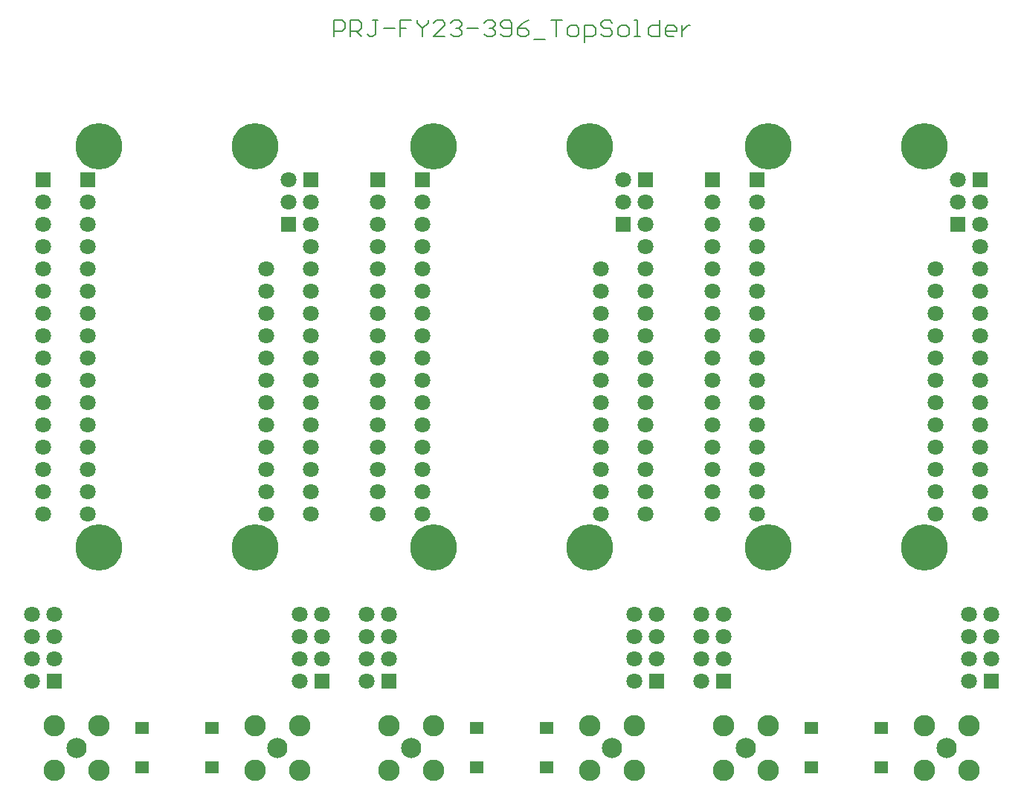
<source format=gbr>
%TF.GenerationSoftware,Altium Limited,Altium Designer,23.11.1 (41)*%
G04 Layer_Color=8388736*
%FSLAX45Y45*%
%MOMM*%
%TF.SameCoordinates,5324538C-4B84-4F37-AFBE-1FD82F1EBFC5*%
%TF.FilePolarity,Negative*%
%TF.FileFunction,Soldermask,Top*%
%TF.Part,Single*%
G01*
G75*
%TA.AperFunction,NonConductor*%
%ADD13C,0.20320*%
%TA.AperFunction,SMDPad,CuDef*%
%ADD33R,1.65000X1.40000*%
%TA.AperFunction,ComponentPad*%
%ADD34C,1.80320*%
%ADD35R,1.80320X1.80320*%
%ADD36C,5.28320*%
%ADD37C,2.45250*%
%ADD38C,2.30320*%
D13*
X4191656Y8615701D02*
Y8806139D01*
X4286875D01*
X4318615Y8774399D01*
Y8710920D01*
X4286875Y8679180D01*
X4191656D01*
X4382094Y8615701D02*
Y8806139D01*
X4477314D01*
X4509053Y8774399D01*
Y8710920D01*
X4477314Y8679180D01*
X4382094D01*
X4445574D02*
X4509053Y8615701D01*
X4699492Y8806139D02*
X4636012D01*
X4667752D01*
Y8647440D01*
X4636012Y8615701D01*
X4604273D01*
X4572533Y8647440D01*
X4762971Y8710920D02*
X4889930D01*
X5080369Y8806139D02*
X4953410D01*
Y8710920D01*
X5016889D01*
X4953410D01*
Y8615701D01*
X5143848Y8806139D02*
Y8774399D01*
X5207328Y8710920D01*
X5270807Y8774399D01*
Y8806139D01*
X5207328Y8710920D02*
Y8615701D01*
X5461246D02*
X5334287D01*
X5461246Y8742659D01*
Y8774399D01*
X5429506Y8806139D01*
X5366027D01*
X5334287Y8774399D01*
X5524726D02*
X5556465Y8806139D01*
X5619945D01*
X5651684Y8774399D01*
Y8742659D01*
X5619945Y8710920D01*
X5588205D01*
X5619945D01*
X5651684Y8679180D01*
Y8647440D01*
X5619945Y8615701D01*
X5556465D01*
X5524726Y8647440D01*
X5715164Y8710920D02*
X5842123D01*
X5905603Y8774399D02*
X5937342Y8806139D01*
X6000822D01*
X6032561Y8774399D01*
Y8742659D01*
X6000822Y8710920D01*
X5969082D01*
X6000822D01*
X6032561Y8679180D01*
Y8647440D01*
X6000822Y8615701D01*
X5937342D01*
X5905603Y8647440D01*
X6096041D02*
X6127781Y8615701D01*
X6191260D01*
X6223000Y8647440D01*
Y8774399D01*
X6191260Y8806139D01*
X6127781D01*
X6096041Y8774399D01*
Y8742659D01*
X6127781Y8710920D01*
X6223000D01*
X6413439Y8806139D02*
X6349959Y8774399D01*
X6286480Y8710920D01*
Y8647440D01*
X6318220Y8615701D01*
X6381699D01*
X6413439Y8647440D01*
Y8679180D01*
X6381699Y8710920D01*
X6286480D01*
X6476918Y8583961D02*
X6603877D01*
X6667357Y8806139D02*
X6794316D01*
X6730836D01*
Y8615701D01*
X6889535D02*
X6953015D01*
X6984754Y8647440D01*
Y8710920D01*
X6953015Y8742659D01*
X6889535D01*
X6857795Y8710920D01*
Y8647440D01*
X6889535Y8615701D01*
X7048234Y8552221D02*
Y8742659D01*
X7143453D01*
X7175193Y8710920D01*
Y8647440D01*
X7143453Y8615701D01*
X7048234D01*
X7365631Y8774399D02*
X7333892Y8806139D01*
X7270412D01*
X7238672Y8774399D01*
Y8742659D01*
X7270412Y8710920D01*
X7333892D01*
X7365631Y8679180D01*
Y8647440D01*
X7333892Y8615701D01*
X7270412D01*
X7238672Y8647440D01*
X7460851Y8615701D02*
X7524330D01*
X7556070Y8647440D01*
Y8710920D01*
X7524330Y8742659D01*
X7460851D01*
X7429111Y8710920D01*
Y8647440D01*
X7460851Y8615701D01*
X7619549D02*
X7683029D01*
X7651289D01*
Y8806139D01*
X7619549D01*
X7905207D02*
Y8615701D01*
X7809988D01*
X7778248Y8647440D01*
Y8710920D01*
X7809988Y8742659D01*
X7905207D01*
X8063906Y8615701D02*
X8000426D01*
X7968687Y8647440D01*
Y8710920D01*
X8000426Y8742659D01*
X8063906D01*
X8095645Y8710920D01*
Y8679180D01*
X7968687D01*
X8159125Y8742659D02*
Y8615701D01*
Y8679180D01*
X8190865Y8710920D01*
X8222605Y8742659D01*
X8254344D01*
D33*
X10430500Y283000D02*
D03*
X9635500D02*
D03*
X10430500Y733000D02*
D03*
X9635500D02*
D03*
X2810500Y283000D02*
D03*
X2015500D02*
D03*
X2810500Y733000D02*
D03*
X2015500D02*
D03*
X6620500Y283000D02*
D03*
X5825500D02*
D03*
X6620500Y733000D02*
D03*
X5825500D02*
D03*
D34*
X11430000Y2032000D02*
D03*
X11684000D02*
D03*
X11430000Y1778000D02*
D03*
X11684000D02*
D03*
X11430000Y1524000D02*
D03*
X11684000D02*
D03*
X11430000Y1270000D02*
D03*
X11303000Y6985000D02*
D03*
Y6731000D02*
D03*
X11557000Y3175000D02*
D03*
Y3429000D02*
D03*
Y3683000D02*
D03*
Y3937000D02*
D03*
Y4191000D02*
D03*
Y4445000D02*
D03*
Y4699000D02*
D03*
Y4953000D02*
D03*
Y5207000D02*
D03*
Y5461000D02*
D03*
Y5715000D02*
D03*
Y5969000D02*
D03*
Y6223000D02*
D03*
Y6477000D02*
D03*
Y6731000D02*
D03*
X11049000Y3175000D02*
D03*
Y3429000D02*
D03*
Y3683000D02*
D03*
Y3937000D02*
D03*
Y4191000D02*
D03*
Y4445000D02*
D03*
Y4699000D02*
D03*
Y4953000D02*
D03*
Y5207000D02*
D03*
Y5461000D02*
D03*
Y5715000D02*
D03*
Y5969000D02*
D03*
X762000Y2032000D02*
D03*
X1016000D02*
D03*
X762000Y1778000D02*
D03*
X1016000D02*
D03*
X762000Y1524000D02*
D03*
X1016000D02*
D03*
X762000Y1270000D02*
D03*
X4572000Y2032000D02*
D03*
X4826000D02*
D03*
X4572000Y1778000D02*
D03*
X4826000D02*
D03*
X4572000Y1524000D02*
D03*
X4826000D02*
D03*
X4572000Y1270000D02*
D03*
X8382000Y2032000D02*
D03*
X8636000D02*
D03*
X8382000Y1778000D02*
D03*
X8636000D02*
D03*
X8382000Y1524000D02*
D03*
X8636000D02*
D03*
X8382000Y1270000D02*
D03*
X3810000Y2032000D02*
D03*
X4064000D02*
D03*
X3810000Y1778000D02*
D03*
X4064000D02*
D03*
X3810000Y1524000D02*
D03*
X4064000D02*
D03*
X3810000Y1270000D02*
D03*
X7620000Y2032000D02*
D03*
X7874000D02*
D03*
X7620000Y1778000D02*
D03*
X7874000D02*
D03*
X7620000Y1524000D02*
D03*
X7874000D02*
D03*
X7620000Y1270000D02*
D03*
X3683000Y6985000D02*
D03*
Y6731000D02*
D03*
X7493000Y6985000D02*
D03*
Y6731000D02*
D03*
X889000Y3175000D02*
D03*
Y3429000D02*
D03*
Y3683000D02*
D03*
Y3937000D02*
D03*
Y4191000D02*
D03*
Y4445000D02*
D03*
Y4699000D02*
D03*
Y4953000D02*
D03*
Y5207000D02*
D03*
Y5461000D02*
D03*
Y5715000D02*
D03*
Y5969000D02*
D03*
Y6223000D02*
D03*
Y6477000D02*
D03*
Y6731000D02*
D03*
X4699000Y3175000D02*
D03*
Y3429000D02*
D03*
Y3683000D02*
D03*
Y3937000D02*
D03*
Y4191000D02*
D03*
Y4445000D02*
D03*
Y4699000D02*
D03*
Y4953000D02*
D03*
Y5207000D02*
D03*
Y5461000D02*
D03*
Y5715000D02*
D03*
Y5969000D02*
D03*
Y6223000D02*
D03*
Y6477000D02*
D03*
Y6731000D02*
D03*
X8509000Y3175000D02*
D03*
Y3429000D02*
D03*
Y3683000D02*
D03*
Y3937000D02*
D03*
Y4191000D02*
D03*
Y4445000D02*
D03*
Y4699000D02*
D03*
Y4953000D02*
D03*
Y5207000D02*
D03*
Y5461000D02*
D03*
Y5715000D02*
D03*
Y5969000D02*
D03*
Y6223000D02*
D03*
Y6477000D02*
D03*
Y6731000D02*
D03*
X1397000Y3175000D02*
D03*
Y3429000D02*
D03*
Y3683000D02*
D03*
Y3937000D02*
D03*
Y4191000D02*
D03*
Y4445000D02*
D03*
Y4699000D02*
D03*
Y4953000D02*
D03*
Y5207000D02*
D03*
Y5461000D02*
D03*
Y5715000D02*
D03*
Y5969000D02*
D03*
Y6223000D02*
D03*
Y6477000D02*
D03*
Y6731000D02*
D03*
X5207000Y3175000D02*
D03*
Y3429000D02*
D03*
Y3683000D02*
D03*
Y3937000D02*
D03*
Y4191000D02*
D03*
Y4445000D02*
D03*
Y4699000D02*
D03*
Y4953000D02*
D03*
Y5207000D02*
D03*
Y5461000D02*
D03*
Y5715000D02*
D03*
Y5969000D02*
D03*
Y6223000D02*
D03*
Y6477000D02*
D03*
Y6731000D02*
D03*
X9017000Y3175000D02*
D03*
Y3429000D02*
D03*
Y3683000D02*
D03*
Y3937000D02*
D03*
Y4191000D02*
D03*
Y4445000D02*
D03*
Y4699000D02*
D03*
Y4953000D02*
D03*
Y5207000D02*
D03*
Y5461000D02*
D03*
Y5715000D02*
D03*
Y5969000D02*
D03*
Y6223000D02*
D03*
Y6477000D02*
D03*
Y6731000D02*
D03*
X3429000Y3175000D02*
D03*
Y3429000D02*
D03*
Y3683000D02*
D03*
Y3937000D02*
D03*
Y4191000D02*
D03*
Y4445000D02*
D03*
Y4699000D02*
D03*
Y4953000D02*
D03*
Y5207000D02*
D03*
Y5461000D02*
D03*
Y5715000D02*
D03*
Y5969000D02*
D03*
X7239000Y3175000D02*
D03*
Y3429000D02*
D03*
Y3683000D02*
D03*
Y3937000D02*
D03*
Y4191000D02*
D03*
Y4445000D02*
D03*
Y4699000D02*
D03*
Y4953000D02*
D03*
Y5207000D02*
D03*
Y5461000D02*
D03*
Y5715000D02*
D03*
Y5969000D02*
D03*
X3937000Y3175000D02*
D03*
Y3429000D02*
D03*
Y3683000D02*
D03*
Y3937000D02*
D03*
Y4191000D02*
D03*
Y4445000D02*
D03*
Y4699000D02*
D03*
Y4953000D02*
D03*
Y5207000D02*
D03*
Y5461000D02*
D03*
Y5715000D02*
D03*
Y5969000D02*
D03*
Y6223000D02*
D03*
Y6477000D02*
D03*
Y6731000D02*
D03*
X7747000Y3175000D02*
D03*
Y3429000D02*
D03*
Y3683000D02*
D03*
Y3937000D02*
D03*
Y4191000D02*
D03*
Y4445000D02*
D03*
Y4699000D02*
D03*
Y4953000D02*
D03*
Y5207000D02*
D03*
Y5461000D02*
D03*
Y5715000D02*
D03*
Y5969000D02*
D03*
Y6223000D02*
D03*
Y6477000D02*
D03*
Y6731000D02*
D03*
D35*
X11684000Y1270000D02*
D03*
X11303000Y6477000D02*
D03*
X11557000Y6985000D02*
D03*
X1016000Y1270000D02*
D03*
X4826000D02*
D03*
X8636000D02*
D03*
X4064000D02*
D03*
X7874000D02*
D03*
X3683000Y6477000D02*
D03*
X7493000Y6477000D02*
D03*
X889000Y6985000D02*
D03*
X4699000D02*
D03*
X8509000D02*
D03*
X1397000D02*
D03*
X5207000D02*
D03*
X9017000D02*
D03*
X3937000D02*
D03*
X7747000Y6985000D02*
D03*
D36*
X10922000Y7366000D02*
D03*
X3302000Y2794000D02*
D03*
X7112000D02*
D03*
X10922000D02*
D03*
X1524000D02*
D03*
X5334000D02*
D03*
X9144000D02*
D03*
X1524000Y7366000D02*
D03*
X5334000D02*
D03*
X9144000D02*
D03*
X3302000D02*
D03*
X7112000D02*
D03*
D37*
X11430000Y762000D02*
D03*
Y254000D02*
D03*
X10922000D02*
D03*
Y762000D02*
D03*
X1524000D02*
D03*
Y254000D02*
D03*
X1016000D02*
D03*
Y762000D02*
D03*
X5334000D02*
D03*
Y254000D02*
D03*
X4826000D02*
D03*
Y762000D02*
D03*
X9144000D02*
D03*
Y254000D02*
D03*
X8636000D02*
D03*
Y762000D02*
D03*
X3810000D02*
D03*
Y254000D02*
D03*
X3302000D02*
D03*
Y762000D02*
D03*
X7620000D02*
D03*
Y254000D02*
D03*
X7112000D02*
D03*
Y762000D02*
D03*
D38*
X11176000Y508000D02*
D03*
X1270000D02*
D03*
X5080000D02*
D03*
X8890000D02*
D03*
X3556000D02*
D03*
X7366000D02*
D03*
%TF.MD5,922fb562e22f8cef20375f01daf8e60d*%
M02*

</source>
